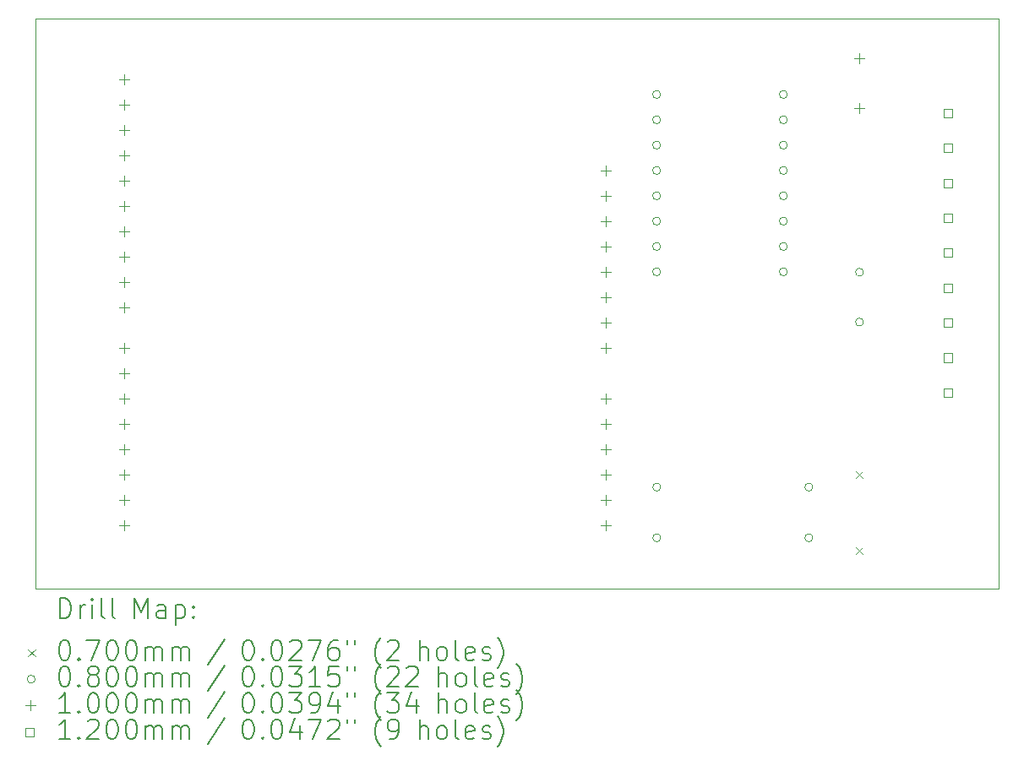
<source format=gbr>
%TF.GenerationSoftware,KiCad,Pcbnew,(7.0.0)*%
%TF.CreationDate,2023-03-04T18:09:39-06:00*%
%TF.ProjectId,417 Schematic,34313720-5363-4686-956d-617469632e6b,rev?*%
%TF.SameCoordinates,Original*%
%TF.FileFunction,Drillmap*%
%TF.FilePolarity,Positive*%
%FSLAX45Y45*%
G04 Gerber Fmt 4.5, Leading zero omitted, Abs format (unit mm)*
G04 Created by KiCad (PCBNEW (7.0.0)) date 2023-03-04 18:09:39*
%MOMM*%
%LPD*%
G01*
G04 APERTURE LIST*
%ADD10C,0.100000*%
%ADD11C,0.200000*%
%ADD12C,0.070000*%
%ADD13C,0.080000*%
%ADD14C,0.120000*%
G04 APERTURE END LIST*
D10*
X8890000Y-10287000D02*
X8890000Y-4572000D01*
X18542000Y-10287000D02*
X8890000Y-10287000D01*
X18542000Y-4572000D02*
X18542000Y-10287000D01*
X8890000Y-4572000D02*
X18542000Y-4572000D01*
D11*
D12*
X17110000Y-9109000D02*
X17180000Y-9179000D01*
X17180000Y-9109000D02*
X17110000Y-9179000D01*
X17110000Y-9871000D02*
X17180000Y-9941000D01*
X17180000Y-9871000D02*
X17110000Y-9941000D01*
D13*
X15152000Y-5334000D02*
G75*
G03*
X15152000Y-5334000I-40000J0D01*
G01*
X15152000Y-5588000D02*
G75*
G03*
X15152000Y-5588000I-40000J0D01*
G01*
X15152000Y-5842000D02*
G75*
G03*
X15152000Y-5842000I-40000J0D01*
G01*
X15152000Y-6096000D02*
G75*
G03*
X15152000Y-6096000I-40000J0D01*
G01*
X15152000Y-6350000D02*
G75*
G03*
X15152000Y-6350000I-40000J0D01*
G01*
X15152000Y-6604000D02*
G75*
G03*
X15152000Y-6604000I-40000J0D01*
G01*
X15152000Y-6858000D02*
G75*
G03*
X15152000Y-6858000I-40000J0D01*
G01*
X15152000Y-7112000D02*
G75*
G03*
X15152000Y-7112000I-40000J0D01*
G01*
X15153000Y-9271000D02*
G75*
G03*
X15153000Y-9271000I-40000J0D01*
G01*
X15153000Y-9779000D02*
G75*
G03*
X15153000Y-9779000I-40000J0D01*
G01*
X16422000Y-5334000D02*
G75*
G03*
X16422000Y-5334000I-40000J0D01*
G01*
X16422000Y-5588000D02*
G75*
G03*
X16422000Y-5588000I-40000J0D01*
G01*
X16422000Y-5842000D02*
G75*
G03*
X16422000Y-5842000I-40000J0D01*
G01*
X16422000Y-6096000D02*
G75*
G03*
X16422000Y-6096000I-40000J0D01*
G01*
X16422000Y-6350000D02*
G75*
G03*
X16422000Y-6350000I-40000J0D01*
G01*
X16422000Y-6604000D02*
G75*
G03*
X16422000Y-6604000I-40000J0D01*
G01*
X16422000Y-6858000D02*
G75*
G03*
X16422000Y-6858000I-40000J0D01*
G01*
X16422000Y-7112000D02*
G75*
G03*
X16422000Y-7112000I-40000J0D01*
G01*
X16677000Y-9271000D02*
G75*
G03*
X16677000Y-9271000I-40000J0D01*
G01*
X16677000Y-9779000D02*
G75*
G03*
X16677000Y-9779000I-40000J0D01*
G01*
X17185000Y-7116000D02*
G75*
G03*
X17185000Y-7116000I-40000J0D01*
G01*
X17185000Y-7616000D02*
G75*
G03*
X17185000Y-7616000I-40000J0D01*
G01*
D10*
X9779000Y-5132000D02*
X9779000Y-5232000D01*
X9729000Y-5182000D02*
X9829000Y-5182000D01*
X9779000Y-5386000D02*
X9779000Y-5486000D01*
X9729000Y-5436000D02*
X9829000Y-5436000D01*
X9779000Y-5640000D02*
X9779000Y-5740000D01*
X9729000Y-5690000D02*
X9829000Y-5690000D01*
X9779000Y-5894000D02*
X9779000Y-5994000D01*
X9729000Y-5944000D02*
X9829000Y-5944000D01*
X9779000Y-6148000D02*
X9779000Y-6248000D01*
X9729000Y-6198000D02*
X9829000Y-6198000D01*
X9779000Y-6402000D02*
X9779000Y-6502000D01*
X9729000Y-6452000D02*
X9829000Y-6452000D01*
X9779000Y-6656000D02*
X9779000Y-6756000D01*
X9729000Y-6706000D02*
X9829000Y-6706000D01*
X9779000Y-6910000D02*
X9779000Y-7010000D01*
X9729000Y-6960000D02*
X9829000Y-6960000D01*
X9779000Y-7164000D02*
X9779000Y-7264000D01*
X9729000Y-7214000D02*
X9829000Y-7214000D01*
X9779000Y-7418000D02*
X9779000Y-7518000D01*
X9729000Y-7468000D02*
X9829000Y-7468000D01*
X9779000Y-7824000D02*
X9779000Y-7924000D01*
X9729000Y-7874000D02*
X9829000Y-7874000D01*
X9779000Y-8078000D02*
X9779000Y-8178000D01*
X9729000Y-8128000D02*
X9829000Y-8128000D01*
X9779000Y-8332000D02*
X9779000Y-8432000D01*
X9729000Y-8382000D02*
X9829000Y-8382000D01*
X9779000Y-8586000D02*
X9779000Y-8686000D01*
X9729000Y-8636000D02*
X9829000Y-8636000D01*
X9779000Y-8840000D02*
X9779000Y-8940000D01*
X9729000Y-8890000D02*
X9829000Y-8890000D01*
X9779000Y-9094000D02*
X9779000Y-9194000D01*
X9729000Y-9144000D02*
X9829000Y-9144000D01*
X9779000Y-9348000D02*
X9779000Y-9448000D01*
X9729000Y-9398000D02*
X9829000Y-9398000D01*
X9779000Y-9602000D02*
X9779000Y-9702000D01*
X9729000Y-9652000D02*
X9829000Y-9652000D01*
X14605000Y-6046000D02*
X14605000Y-6146000D01*
X14555000Y-6096000D02*
X14655000Y-6096000D01*
X14605000Y-6300000D02*
X14605000Y-6400000D01*
X14555000Y-6350000D02*
X14655000Y-6350000D01*
X14605000Y-6554000D02*
X14605000Y-6654000D01*
X14555000Y-6604000D02*
X14655000Y-6604000D01*
X14605000Y-6808000D02*
X14605000Y-6908000D01*
X14555000Y-6858000D02*
X14655000Y-6858000D01*
X14605000Y-7062000D02*
X14605000Y-7162000D01*
X14555000Y-7112000D02*
X14655000Y-7112000D01*
X14605000Y-7316000D02*
X14605000Y-7416000D01*
X14555000Y-7366000D02*
X14655000Y-7366000D01*
X14605000Y-7570000D02*
X14605000Y-7670000D01*
X14555000Y-7620000D02*
X14655000Y-7620000D01*
X14605000Y-7824000D02*
X14605000Y-7924000D01*
X14555000Y-7874000D02*
X14655000Y-7874000D01*
X14605000Y-8332000D02*
X14605000Y-8432000D01*
X14555000Y-8382000D02*
X14655000Y-8382000D01*
X14605000Y-8586000D02*
X14605000Y-8686000D01*
X14555000Y-8636000D02*
X14655000Y-8636000D01*
X14605000Y-8840000D02*
X14605000Y-8940000D01*
X14555000Y-8890000D02*
X14655000Y-8890000D01*
X14605000Y-9094000D02*
X14605000Y-9194000D01*
X14555000Y-9144000D02*
X14655000Y-9144000D01*
X14605000Y-9348000D02*
X14605000Y-9448000D01*
X14555000Y-9398000D02*
X14655000Y-9398000D01*
X14605000Y-9602000D02*
X14605000Y-9702000D01*
X14555000Y-9652000D02*
X14655000Y-9652000D01*
X17145000Y-4920230D02*
X17145000Y-5020230D01*
X17095000Y-4970230D02*
X17195000Y-4970230D01*
X17145000Y-5420230D02*
X17145000Y-5520230D01*
X17095000Y-5470230D02*
X17195000Y-5470230D01*
D14*
X18076427Y-5565427D02*
X18076427Y-5480573D01*
X17991573Y-5480573D01*
X17991573Y-5565427D01*
X18076427Y-5565427D01*
X18076427Y-5915427D02*
X18076427Y-5830573D01*
X17991573Y-5830573D01*
X17991573Y-5915427D01*
X18076427Y-5915427D01*
X18076427Y-6265427D02*
X18076427Y-6180573D01*
X17991573Y-6180573D01*
X17991573Y-6265427D01*
X18076427Y-6265427D01*
X18076427Y-6615427D02*
X18076427Y-6530573D01*
X17991573Y-6530573D01*
X17991573Y-6615427D01*
X18076427Y-6615427D01*
X18076427Y-6965427D02*
X18076427Y-6880573D01*
X17991573Y-6880573D01*
X17991573Y-6965427D01*
X18076427Y-6965427D01*
X18076427Y-7315427D02*
X18076427Y-7230573D01*
X17991573Y-7230573D01*
X17991573Y-7315427D01*
X18076427Y-7315427D01*
X18076427Y-7665427D02*
X18076427Y-7580573D01*
X17991573Y-7580573D01*
X17991573Y-7665427D01*
X18076427Y-7665427D01*
X18076427Y-8015427D02*
X18076427Y-7930573D01*
X17991573Y-7930573D01*
X17991573Y-8015427D01*
X18076427Y-8015427D01*
X18076427Y-8365427D02*
X18076427Y-8280573D01*
X17991573Y-8280573D01*
X17991573Y-8365427D01*
X18076427Y-8365427D01*
D11*
X9132619Y-10585476D02*
X9132619Y-10385476D01*
X9132619Y-10385476D02*
X9180238Y-10385476D01*
X9180238Y-10385476D02*
X9208810Y-10395000D01*
X9208810Y-10395000D02*
X9227857Y-10414048D01*
X9227857Y-10414048D02*
X9237381Y-10433095D01*
X9237381Y-10433095D02*
X9246905Y-10471190D01*
X9246905Y-10471190D02*
X9246905Y-10499762D01*
X9246905Y-10499762D02*
X9237381Y-10537857D01*
X9237381Y-10537857D02*
X9227857Y-10556905D01*
X9227857Y-10556905D02*
X9208810Y-10575952D01*
X9208810Y-10575952D02*
X9180238Y-10585476D01*
X9180238Y-10585476D02*
X9132619Y-10585476D01*
X9332619Y-10585476D02*
X9332619Y-10452143D01*
X9332619Y-10490238D02*
X9342143Y-10471190D01*
X9342143Y-10471190D02*
X9351667Y-10461667D01*
X9351667Y-10461667D02*
X9370714Y-10452143D01*
X9370714Y-10452143D02*
X9389762Y-10452143D01*
X9456429Y-10585476D02*
X9456429Y-10452143D01*
X9456429Y-10385476D02*
X9446905Y-10395000D01*
X9446905Y-10395000D02*
X9456429Y-10404524D01*
X9456429Y-10404524D02*
X9465952Y-10395000D01*
X9465952Y-10395000D02*
X9456429Y-10385476D01*
X9456429Y-10385476D02*
X9456429Y-10404524D01*
X9580238Y-10585476D02*
X9561190Y-10575952D01*
X9561190Y-10575952D02*
X9551667Y-10556905D01*
X9551667Y-10556905D02*
X9551667Y-10385476D01*
X9685000Y-10585476D02*
X9665952Y-10575952D01*
X9665952Y-10575952D02*
X9656429Y-10556905D01*
X9656429Y-10556905D02*
X9656429Y-10385476D01*
X9881190Y-10585476D02*
X9881190Y-10385476D01*
X9881190Y-10385476D02*
X9947857Y-10528333D01*
X9947857Y-10528333D02*
X10014524Y-10385476D01*
X10014524Y-10385476D02*
X10014524Y-10585476D01*
X10195476Y-10585476D02*
X10195476Y-10480714D01*
X10195476Y-10480714D02*
X10185952Y-10461667D01*
X10185952Y-10461667D02*
X10166905Y-10452143D01*
X10166905Y-10452143D02*
X10128809Y-10452143D01*
X10128809Y-10452143D02*
X10109762Y-10461667D01*
X10195476Y-10575952D02*
X10176429Y-10585476D01*
X10176429Y-10585476D02*
X10128809Y-10585476D01*
X10128809Y-10585476D02*
X10109762Y-10575952D01*
X10109762Y-10575952D02*
X10100238Y-10556905D01*
X10100238Y-10556905D02*
X10100238Y-10537857D01*
X10100238Y-10537857D02*
X10109762Y-10518810D01*
X10109762Y-10518810D02*
X10128809Y-10509286D01*
X10128809Y-10509286D02*
X10176429Y-10509286D01*
X10176429Y-10509286D02*
X10195476Y-10499762D01*
X10290714Y-10452143D02*
X10290714Y-10652143D01*
X10290714Y-10461667D02*
X10309762Y-10452143D01*
X10309762Y-10452143D02*
X10347857Y-10452143D01*
X10347857Y-10452143D02*
X10366905Y-10461667D01*
X10366905Y-10461667D02*
X10376429Y-10471190D01*
X10376429Y-10471190D02*
X10385952Y-10490238D01*
X10385952Y-10490238D02*
X10385952Y-10547381D01*
X10385952Y-10547381D02*
X10376429Y-10566429D01*
X10376429Y-10566429D02*
X10366905Y-10575952D01*
X10366905Y-10575952D02*
X10347857Y-10585476D01*
X10347857Y-10585476D02*
X10309762Y-10585476D01*
X10309762Y-10585476D02*
X10290714Y-10575952D01*
X10471667Y-10566429D02*
X10481190Y-10575952D01*
X10481190Y-10575952D02*
X10471667Y-10585476D01*
X10471667Y-10585476D02*
X10462143Y-10575952D01*
X10462143Y-10575952D02*
X10471667Y-10566429D01*
X10471667Y-10566429D02*
X10471667Y-10585476D01*
X10471667Y-10461667D02*
X10481190Y-10471190D01*
X10481190Y-10471190D02*
X10471667Y-10480714D01*
X10471667Y-10480714D02*
X10462143Y-10471190D01*
X10462143Y-10471190D02*
X10471667Y-10461667D01*
X10471667Y-10461667D02*
X10471667Y-10480714D01*
D12*
X8815000Y-10897000D02*
X8885000Y-10967000D01*
X8885000Y-10897000D02*
X8815000Y-10967000D01*
D11*
X9170714Y-10805476D02*
X9189762Y-10805476D01*
X9189762Y-10805476D02*
X9208810Y-10815000D01*
X9208810Y-10815000D02*
X9218333Y-10824524D01*
X9218333Y-10824524D02*
X9227857Y-10843571D01*
X9227857Y-10843571D02*
X9237381Y-10881667D01*
X9237381Y-10881667D02*
X9237381Y-10929286D01*
X9237381Y-10929286D02*
X9227857Y-10967381D01*
X9227857Y-10967381D02*
X9218333Y-10986429D01*
X9218333Y-10986429D02*
X9208810Y-10995952D01*
X9208810Y-10995952D02*
X9189762Y-11005476D01*
X9189762Y-11005476D02*
X9170714Y-11005476D01*
X9170714Y-11005476D02*
X9151667Y-10995952D01*
X9151667Y-10995952D02*
X9142143Y-10986429D01*
X9142143Y-10986429D02*
X9132619Y-10967381D01*
X9132619Y-10967381D02*
X9123095Y-10929286D01*
X9123095Y-10929286D02*
X9123095Y-10881667D01*
X9123095Y-10881667D02*
X9132619Y-10843571D01*
X9132619Y-10843571D02*
X9142143Y-10824524D01*
X9142143Y-10824524D02*
X9151667Y-10815000D01*
X9151667Y-10815000D02*
X9170714Y-10805476D01*
X9323095Y-10986429D02*
X9332619Y-10995952D01*
X9332619Y-10995952D02*
X9323095Y-11005476D01*
X9323095Y-11005476D02*
X9313571Y-10995952D01*
X9313571Y-10995952D02*
X9323095Y-10986429D01*
X9323095Y-10986429D02*
X9323095Y-11005476D01*
X9399286Y-10805476D02*
X9532619Y-10805476D01*
X9532619Y-10805476D02*
X9446905Y-11005476D01*
X9646905Y-10805476D02*
X9665952Y-10805476D01*
X9665952Y-10805476D02*
X9685000Y-10815000D01*
X9685000Y-10815000D02*
X9694524Y-10824524D01*
X9694524Y-10824524D02*
X9704048Y-10843571D01*
X9704048Y-10843571D02*
X9713571Y-10881667D01*
X9713571Y-10881667D02*
X9713571Y-10929286D01*
X9713571Y-10929286D02*
X9704048Y-10967381D01*
X9704048Y-10967381D02*
X9694524Y-10986429D01*
X9694524Y-10986429D02*
X9685000Y-10995952D01*
X9685000Y-10995952D02*
X9665952Y-11005476D01*
X9665952Y-11005476D02*
X9646905Y-11005476D01*
X9646905Y-11005476D02*
X9627857Y-10995952D01*
X9627857Y-10995952D02*
X9618333Y-10986429D01*
X9618333Y-10986429D02*
X9608810Y-10967381D01*
X9608810Y-10967381D02*
X9599286Y-10929286D01*
X9599286Y-10929286D02*
X9599286Y-10881667D01*
X9599286Y-10881667D02*
X9608810Y-10843571D01*
X9608810Y-10843571D02*
X9618333Y-10824524D01*
X9618333Y-10824524D02*
X9627857Y-10815000D01*
X9627857Y-10815000D02*
X9646905Y-10805476D01*
X9837381Y-10805476D02*
X9856429Y-10805476D01*
X9856429Y-10805476D02*
X9875476Y-10815000D01*
X9875476Y-10815000D02*
X9885000Y-10824524D01*
X9885000Y-10824524D02*
X9894524Y-10843571D01*
X9894524Y-10843571D02*
X9904048Y-10881667D01*
X9904048Y-10881667D02*
X9904048Y-10929286D01*
X9904048Y-10929286D02*
X9894524Y-10967381D01*
X9894524Y-10967381D02*
X9885000Y-10986429D01*
X9885000Y-10986429D02*
X9875476Y-10995952D01*
X9875476Y-10995952D02*
X9856429Y-11005476D01*
X9856429Y-11005476D02*
X9837381Y-11005476D01*
X9837381Y-11005476D02*
X9818333Y-10995952D01*
X9818333Y-10995952D02*
X9808810Y-10986429D01*
X9808810Y-10986429D02*
X9799286Y-10967381D01*
X9799286Y-10967381D02*
X9789762Y-10929286D01*
X9789762Y-10929286D02*
X9789762Y-10881667D01*
X9789762Y-10881667D02*
X9799286Y-10843571D01*
X9799286Y-10843571D02*
X9808810Y-10824524D01*
X9808810Y-10824524D02*
X9818333Y-10815000D01*
X9818333Y-10815000D02*
X9837381Y-10805476D01*
X9989762Y-11005476D02*
X9989762Y-10872143D01*
X9989762Y-10891190D02*
X9999286Y-10881667D01*
X9999286Y-10881667D02*
X10018333Y-10872143D01*
X10018333Y-10872143D02*
X10046905Y-10872143D01*
X10046905Y-10872143D02*
X10065952Y-10881667D01*
X10065952Y-10881667D02*
X10075476Y-10900714D01*
X10075476Y-10900714D02*
X10075476Y-11005476D01*
X10075476Y-10900714D02*
X10085000Y-10881667D01*
X10085000Y-10881667D02*
X10104048Y-10872143D01*
X10104048Y-10872143D02*
X10132619Y-10872143D01*
X10132619Y-10872143D02*
X10151667Y-10881667D01*
X10151667Y-10881667D02*
X10161191Y-10900714D01*
X10161191Y-10900714D02*
X10161191Y-11005476D01*
X10256429Y-11005476D02*
X10256429Y-10872143D01*
X10256429Y-10891190D02*
X10265952Y-10881667D01*
X10265952Y-10881667D02*
X10285000Y-10872143D01*
X10285000Y-10872143D02*
X10313572Y-10872143D01*
X10313572Y-10872143D02*
X10332619Y-10881667D01*
X10332619Y-10881667D02*
X10342143Y-10900714D01*
X10342143Y-10900714D02*
X10342143Y-11005476D01*
X10342143Y-10900714D02*
X10351667Y-10881667D01*
X10351667Y-10881667D02*
X10370714Y-10872143D01*
X10370714Y-10872143D02*
X10399286Y-10872143D01*
X10399286Y-10872143D02*
X10418333Y-10881667D01*
X10418333Y-10881667D02*
X10427857Y-10900714D01*
X10427857Y-10900714D02*
X10427857Y-11005476D01*
X10785952Y-10795952D02*
X10614524Y-11053095D01*
X11010714Y-10805476D02*
X11029762Y-10805476D01*
X11029762Y-10805476D02*
X11048810Y-10815000D01*
X11048810Y-10815000D02*
X11058333Y-10824524D01*
X11058333Y-10824524D02*
X11067857Y-10843571D01*
X11067857Y-10843571D02*
X11077381Y-10881667D01*
X11077381Y-10881667D02*
X11077381Y-10929286D01*
X11077381Y-10929286D02*
X11067857Y-10967381D01*
X11067857Y-10967381D02*
X11058333Y-10986429D01*
X11058333Y-10986429D02*
X11048810Y-10995952D01*
X11048810Y-10995952D02*
X11029762Y-11005476D01*
X11029762Y-11005476D02*
X11010714Y-11005476D01*
X11010714Y-11005476D02*
X10991667Y-10995952D01*
X10991667Y-10995952D02*
X10982143Y-10986429D01*
X10982143Y-10986429D02*
X10972619Y-10967381D01*
X10972619Y-10967381D02*
X10963095Y-10929286D01*
X10963095Y-10929286D02*
X10963095Y-10881667D01*
X10963095Y-10881667D02*
X10972619Y-10843571D01*
X10972619Y-10843571D02*
X10982143Y-10824524D01*
X10982143Y-10824524D02*
X10991667Y-10815000D01*
X10991667Y-10815000D02*
X11010714Y-10805476D01*
X11163095Y-10986429D02*
X11172619Y-10995952D01*
X11172619Y-10995952D02*
X11163095Y-11005476D01*
X11163095Y-11005476D02*
X11153572Y-10995952D01*
X11153572Y-10995952D02*
X11163095Y-10986429D01*
X11163095Y-10986429D02*
X11163095Y-11005476D01*
X11296429Y-10805476D02*
X11315476Y-10805476D01*
X11315476Y-10805476D02*
X11334524Y-10815000D01*
X11334524Y-10815000D02*
X11344048Y-10824524D01*
X11344048Y-10824524D02*
X11353571Y-10843571D01*
X11353571Y-10843571D02*
X11363095Y-10881667D01*
X11363095Y-10881667D02*
X11363095Y-10929286D01*
X11363095Y-10929286D02*
X11353571Y-10967381D01*
X11353571Y-10967381D02*
X11344048Y-10986429D01*
X11344048Y-10986429D02*
X11334524Y-10995952D01*
X11334524Y-10995952D02*
X11315476Y-11005476D01*
X11315476Y-11005476D02*
X11296429Y-11005476D01*
X11296429Y-11005476D02*
X11277381Y-10995952D01*
X11277381Y-10995952D02*
X11267857Y-10986429D01*
X11267857Y-10986429D02*
X11258333Y-10967381D01*
X11258333Y-10967381D02*
X11248810Y-10929286D01*
X11248810Y-10929286D02*
X11248810Y-10881667D01*
X11248810Y-10881667D02*
X11258333Y-10843571D01*
X11258333Y-10843571D02*
X11267857Y-10824524D01*
X11267857Y-10824524D02*
X11277381Y-10815000D01*
X11277381Y-10815000D02*
X11296429Y-10805476D01*
X11439286Y-10824524D02*
X11448810Y-10815000D01*
X11448810Y-10815000D02*
X11467857Y-10805476D01*
X11467857Y-10805476D02*
X11515476Y-10805476D01*
X11515476Y-10805476D02*
X11534524Y-10815000D01*
X11534524Y-10815000D02*
X11544048Y-10824524D01*
X11544048Y-10824524D02*
X11553571Y-10843571D01*
X11553571Y-10843571D02*
X11553571Y-10862619D01*
X11553571Y-10862619D02*
X11544048Y-10891190D01*
X11544048Y-10891190D02*
X11429762Y-11005476D01*
X11429762Y-11005476D02*
X11553571Y-11005476D01*
X11620238Y-10805476D02*
X11753571Y-10805476D01*
X11753571Y-10805476D02*
X11667857Y-11005476D01*
X11915476Y-10805476D02*
X11877381Y-10805476D01*
X11877381Y-10805476D02*
X11858333Y-10815000D01*
X11858333Y-10815000D02*
X11848810Y-10824524D01*
X11848810Y-10824524D02*
X11829762Y-10853095D01*
X11829762Y-10853095D02*
X11820238Y-10891190D01*
X11820238Y-10891190D02*
X11820238Y-10967381D01*
X11820238Y-10967381D02*
X11829762Y-10986429D01*
X11829762Y-10986429D02*
X11839286Y-10995952D01*
X11839286Y-10995952D02*
X11858333Y-11005476D01*
X11858333Y-11005476D02*
X11896429Y-11005476D01*
X11896429Y-11005476D02*
X11915476Y-10995952D01*
X11915476Y-10995952D02*
X11925000Y-10986429D01*
X11925000Y-10986429D02*
X11934524Y-10967381D01*
X11934524Y-10967381D02*
X11934524Y-10919762D01*
X11934524Y-10919762D02*
X11925000Y-10900714D01*
X11925000Y-10900714D02*
X11915476Y-10891190D01*
X11915476Y-10891190D02*
X11896429Y-10881667D01*
X11896429Y-10881667D02*
X11858333Y-10881667D01*
X11858333Y-10881667D02*
X11839286Y-10891190D01*
X11839286Y-10891190D02*
X11829762Y-10900714D01*
X11829762Y-10900714D02*
X11820238Y-10919762D01*
X12010714Y-10805476D02*
X12010714Y-10843571D01*
X12086905Y-10805476D02*
X12086905Y-10843571D01*
X12349762Y-11081667D02*
X12340238Y-11072143D01*
X12340238Y-11072143D02*
X12321191Y-11043571D01*
X12321191Y-11043571D02*
X12311667Y-11024524D01*
X12311667Y-11024524D02*
X12302143Y-10995952D01*
X12302143Y-10995952D02*
X12292619Y-10948333D01*
X12292619Y-10948333D02*
X12292619Y-10910238D01*
X12292619Y-10910238D02*
X12302143Y-10862619D01*
X12302143Y-10862619D02*
X12311667Y-10834048D01*
X12311667Y-10834048D02*
X12321191Y-10815000D01*
X12321191Y-10815000D02*
X12340238Y-10786429D01*
X12340238Y-10786429D02*
X12349762Y-10776905D01*
X12416429Y-10824524D02*
X12425952Y-10815000D01*
X12425952Y-10815000D02*
X12445000Y-10805476D01*
X12445000Y-10805476D02*
X12492619Y-10805476D01*
X12492619Y-10805476D02*
X12511667Y-10815000D01*
X12511667Y-10815000D02*
X12521191Y-10824524D01*
X12521191Y-10824524D02*
X12530714Y-10843571D01*
X12530714Y-10843571D02*
X12530714Y-10862619D01*
X12530714Y-10862619D02*
X12521191Y-10891190D01*
X12521191Y-10891190D02*
X12406905Y-11005476D01*
X12406905Y-11005476D02*
X12530714Y-11005476D01*
X12736429Y-11005476D02*
X12736429Y-10805476D01*
X12822143Y-11005476D02*
X12822143Y-10900714D01*
X12822143Y-10900714D02*
X12812619Y-10881667D01*
X12812619Y-10881667D02*
X12793572Y-10872143D01*
X12793572Y-10872143D02*
X12765000Y-10872143D01*
X12765000Y-10872143D02*
X12745952Y-10881667D01*
X12745952Y-10881667D02*
X12736429Y-10891190D01*
X12945952Y-11005476D02*
X12926905Y-10995952D01*
X12926905Y-10995952D02*
X12917381Y-10986429D01*
X12917381Y-10986429D02*
X12907857Y-10967381D01*
X12907857Y-10967381D02*
X12907857Y-10910238D01*
X12907857Y-10910238D02*
X12917381Y-10891190D01*
X12917381Y-10891190D02*
X12926905Y-10881667D01*
X12926905Y-10881667D02*
X12945952Y-10872143D01*
X12945952Y-10872143D02*
X12974524Y-10872143D01*
X12974524Y-10872143D02*
X12993572Y-10881667D01*
X12993572Y-10881667D02*
X13003095Y-10891190D01*
X13003095Y-10891190D02*
X13012619Y-10910238D01*
X13012619Y-10910238D02*
X13012619Y-10967381D01*
X13012619Y-10967381D02*
X13003095Y-10986429D01*
X13003095Y-10986429D02*
X12993572Y-10995952D01*
X12993572Y-10995952D02*
X12974524Y-11005476D01*
X12974524Y-11005476D02*
X12945952Y-11005476D01*
X13126905Y-11005476D02*
X13107857Y-10995952D01*
X13107857Y-10995952D02*
X13098333Y-10976905D01*
X13098333Y-10976905D02*
X13098333Y-10805476D01*
X13279286Y-10995952D02*
X13260238Y-11005476D01*
X13260238Y-11005476D02*
X13222143Y-11005476D01*
X13222143Y-11005476D02*
X13203095Y-10995952D01*
X13203095Y-10995952D02*
X13193572Y-10976905D01*
X13193572Y-10976905D02*
X13193572Y-10900714D01*
X13193572Y-10900714D02*
X13203095Y-10881667D01*
X13203095Y-10881667D02*
X13222143Y-10872143D01*
X13222143Y-10872143D02*
X13260238Y-10872143D01*
X13260238Y-10872143D02*
X13279286Y-10881667D01*
X13279286Y-10881667D02*
X13288810Y-10900714D01*
X13288810Y-10900714D02*
X13288810Y-10919762D01*
X13288810Y-10919762D02*
X13193572Y-10938810D01*
X13365000Y-10995952D02*
X13384048Y-11005476D01*
X13384048Y-11005476D02*
X13422143Y-11005476D01*
X13422143Y-11005476D02*
X13441191Y-10995952D01*
X13441191Y-10995952D02*
X13450714Y-10976905D01*
X13450714Y-10976905D02*
X13450714Y-10967381D01*
X13450714Y-10967381D02*
X13441191Y-10948333D01*
X13441191Y-10948333D02*
X13422143Y-10938810D01*
X13422143Y-10938810D02*
X13393572Y-10938810D01*
X13393572Y-10938810D02*
X13374524Y-10929286D01*
X13374524Y-10929286D02*
X13365000Y-10910238D01*
X13365000Y-10910238D02*
X13365000Y-10900714D01*
X13365000Y-10900714D02*
X13374524Y-10881667D01*
X13374524Y-10881667D02*
X13393572Y-10872143D01*
X13393572Y-10872143D02*
X13422143Y-10872143D01*
X13422143Y-10872143D02*
X13441191Y-10881667D01*
X13517381Y-11081667D02*
X13526905Y-11072143D01*
X13526905Y-11072143D02*
X13545953Y-11043571D01*
X13545953Y-11043571D02*
X13555476Y-11024524D01*
X13555476Y-11024524D02*
X13565000Y-10995952D01*
X13565000Y-10995952D02*
X13574524Y-10948333D01*
X13574524Y-10948333D02*
X13574524Y-10910238D01*
X13574524Y-10910238D02*
X13565000Y-10862619D01*
X13565000Y-10862619D02*
X13555476Y-10834048D01*
X13555476Y-10834048D02*
X13545953Y-10815000D01*
X13545953Y-10815000D02*
X13526905Y-10786429D01*
X13526905Y-10786429D02*
X13517381Y-10776905D01*
D13*
X8885000Y-11196000D02*
G75*
G03*
X8885000Y-11196000I-40000J0D01*
G01*
D11*
X9170714Y-11069476D02*
X9189762Y-11069476D01*
X9189762Y-11069476D02*
X9208810Y-11079000D01*
X9208810Y-11079000D02*
X9218333Y-11088524D01*
X9218333Y-11088524D02*
X9227857Y-11107571D01*
X9227857Y-11107571D02*
X9237381Y-11145667D01*
X9237381Y-11145667D02*
X9237381Y-11193286D01*
X9237381Y-11193286D02*
X9227857Y-11231381D01*
X9227857Y-11231381D02*
X9218333Y-11250428D01*
X9218333Y-11250428D02*
X9208810Y-11259952D01*
X9208810Y-11259952D02*
X9189762Y-11269476D01*
X9189762Y-11269476D02*
X9170714Y-11269476D01*
X9170714Y-11269476D02*
X9151667Y-11259952D01*
X9151667Y-11259952D02*
X9142143Y-11250428D01*
X9142143Y-11250428D02*
X9132619Y-11231381D01*
X9132619Y-11231381D02*
X9123095Y-11193286D01*
X9123095Y-11193286D02*
X9123095Y-11145667D01*
X9123095Y-11145667D02*
X9132619Y-11107571D01*
X9132619Y-11107571D02*
X9142143Y-11088524D01*
X9142143Y-11088524D02*
X9151667Y-11079000D01*
X9151667Y-11079000D02*
X9170714Y-11069476D01*
X9323095Y-11250428D02*
X9332619Y-11259952D01*
X9332619Y-11259952D02*
X9323095Y-11269476D01*
X9323095Y-11269476D02*
X9313571Y-11259952D01*
X9313571Y-11259952D02*
X9323095Y-11250428D01*
X9323095Y-11250428D02*
X9323095Y-11269476D01*
X9446905Y-11155190D02*
X9427857Y-11145667D01*
X9427857Y-11145667D02*
X9418333Y-11136143D01*
X9418333Y-11136143D02*
X9408810Y-11117095D01*
X9408810Y-11117095D02*
X9408810Y-11107571D01*
X9408810Y-11107571D02*
X9418333Y-11088524D01*
X9418333Y-11088524D02*
X9427857Y-11079000D01*
X9427857Y-11079000D02*
X9446905Y-11069476D01*
X9446905Y-11069476D02*
X9485000Y-11069476D01*
X9485000Y-11069476D02*
X9504048Y-11079000D01*
X9504048Y-11079000D02*
X9513571Y-11088524D01*
X9513571Y-11088524D02*
X9523095Y-11107571D01*
X9523095Y-11107571D02*
X9523095Y-11117095D01*
X9523095Y-11117095D02*
X9513571Y-11136143D01*
X9513571Y-11136143D02*
X9504048Y-11145667D01*
X9504048Y-11145667D02*
X9485000Y-11155190D01*
X9485000Y-11155190D02*
X9446905Y-11155190D01*
X9446905Y-11155190D02*
X9427857Y-11164714D01*
X9427857Y-11164714D02*
X9418333Y-11174238D01*
X9418333Y-11174238D02*
X9408810Y-11193286D01*
X9408810Y-11193286D02*
X9408810Y-11231381D01*
X9408810Y-11231381D02*
X9418333Y-11250428D01*
X9418333Y-11250428D02*
X9427857Y-11259952D01*
X9427857Y-11259952D02*
X9446905Y-11269476D01*
X9446905Y-11269476D02*
X9485000Y-11269476D01*
X9485000Y-11269476D02*
X9504048Y-11259952D01*
X9504048Y-11259952D02*
X9513571Y-11250428D01*
X9513571Y-11250428D02*
X9523095Y-11231381D01*
X9523095Y-11231381D02*
X9523095Y-11193286D01*
X9523095Y-11193286D02*
X9513571Y-11174238D01*
X9513571Y-11174238D02*
X9504048Y-11164714D01*
X9504048Y-11164714D02*
X9485000Y-11155190D01*
X9646905Y-11069476D02*
X9665952Y-11069476D01*
X9665952Y-11069476D02*
X9685000Y-11079000D01*
X9685000Y-11079000D02*
X9694524Y-11088524D01*
X9694524Y-11088524D02*
X9704048Y-11107571D01*
X9704048Y-11107571D02*
X9713571Y-11145667D01*
X9713571Y-11145667D02*
X9713571Y-11193286D01*
X9713571Y-11193286D02*
X9704048Y-11231381D01*
X9704048Y-11231381D02*
X9694524Y-11250428D01*
X9694524Y-11250428D02*
X9685000Y-11259952D01*
X9685000Y-11259952D02*
X9665952Y-11269476D01*
X9665952Y-11269476D02*
X9646905Y-11269476D01*
X9646905Y-11269476D02*
X9627857Y-11259952D01*
X9627857Y-11259952D02*
X9618333Y-11250428D01*
X9618333Y-11250428D02*
X9608810Y-11231381D01*
X9608810Y-11231381D02*
X9599286Y-11193286D01*
X9599286Y-11193286D02*
X9599286Y-11145667D01*
X9599286Y-11145667D02*
X9608810Y-11107571D01*
X9608810Y-11107571D02*
X9618333Y-11088524D01*
X9618333Y-11088524D02*
X9627857Y-11079000D01*
X9627857Y-11079000D02*
X9646905Y-11069476D01*
X9837381Y-11069476D02*
X9856429Y-11069476D01*
X9856429Y-11069476D02*
X9875476Y-11079000D01*
X9875476Y-11079000D02*
X9885000Y-11088524D01*
X9885000Y-11088524D02*
X9894524Y-11107571D01*
X9894524Y-11107571D02*
X9904048Y-11145667D01*
X9904048Y-11145667D02*
X9904048Y-11193286D01*
X9904048Y-11193286D02*
X9894524Y-11231381D01*
X9894524Y-11231381D02*
X9885000Y-11250428D01*
X9885000Y-11250428D02*
X9875476Y-11259952D01*
X9875476Y-11259952D02*
X9856429Y-11269476D01*
X9856429Y-11269476D02*
X9837381Y-11269476D01*
X9837381Y-11269476D02*
X9818333Y-11259952D01*
X9818333Y-11259952D02*
X9808810Y-11250428D01*
X9808810Y-11250428D02*
X9799286Y-11231381D01*
X9799286Y-11231381D02*
X9789762Y-11193286D01*
X9789762Y-11193286D02*
X9789762Y-11145667D01*
X9789762Y-11145667D02*
X9799286Y-11107571D01*
X9799286Y-11107571D02*
X9808810Y-11088524D01*
X9808810Y-11088524D02*
X9818333Y-11079000D01*
X9818333Y-11079000D02*
X9837381Y-11069476D01*
X9989762Y-11269476D02*
X9989762Y-11136143D01*
X9989762Y-11155190D02*
X9999286Y-11145667D01*
X9999286Y-11145667D02*
X10018333Y-11136143D01*
X10018333Y-11136143D02*
X10046905Y-11136143D01*
X10046905Y-11136143D02*
X10065952Y-11145667D01*
X10065952Y-11145667D02*
X10075476Y-11164714D01*
X10075476Y-11164714D02*
X10075476Y-11269476D01*
X10075476Y-11164714D02*
X10085000Y-11145667D01*
X10085000Y-11145667D02*
X10104048Y-11136143D01*
X10104048Y-11136143D02*
X10132619Y-11136143D01*
X10132619Y-11136143D02*
X10151667Y-11145667D01*
X10151667Y-11145667D02*
X10161191Y-11164714D01*
X10161191Y-11164714D02*
X10161191Y-11269476D01*
X10256429Y-11269476D02*
X10256429Y-11136143D01*
X10256429Y-11155190D02*
X10265952Y-11145667D01*
X10265952Y-11145667D02*
X10285000Y-11136143D01*
X10285000Y-11136143D02*
X10313572Y-11136143D01*
X10313572Y-11136143D02*
X10332619Y-11145667D01*
X10332619Y-11145667D02*
X10342143Y-11164714D01*
X10342143Y-11164714D02*
X10342143Y-11269476D01*
X10342143Y-11164714D02*
X10351667Y-11145667D01*
X10351667Y-11145667D02*
X10370714Y-11136143D01*
X10370714Y-11136143D02*
X10399286Y-11136143D01*
X10399286Y-11136143D02*
X10418333Y-11145667D01*
X10418333Y-11145667D02*
X10427857Y-11164714D01*
X10427857Y-11164714D02*
X10427857Y-11269476D01*
X10785952Y-11059952D02*
X10614524Y-11317095D01*
X11010714Y-11069476D02*
X11029762Y-11069476D01*
X11029762Y-11069476D02*
X11048810Y-11079000D01*
X11048810Y-11079000D02*
X11058333Y-11088524D01*
X11058333Y-11088524D02*
X11067857Y-11107571D01*
X11067857Y-11107571D02*
X11077381Y-11145667D01*
X11077381Y-11145667D02*
X11077381Y-11193286D01*
X11077381Y-11193286D02*
X11067857Y-11231381D01*
X11067857Y-11231381D02*
X11058333Y-11250428D01*
X11058333Y-11250428D02*
X11048810Y-11259952D01*
X11048810Y-11259952D02*
X11029762Y-11269476D01*
X11029762Y-11269476D02*
X11010714Y-11269476D01*
X11010714Y-11269476D02*
X10991667Y-11259952D01*
X10991667Y-11259952D02*
X10982143Y-11250428D01*
X10982143Y-11250428D02*
X10972619Y-11231381D01*
X10972619Y-11231381D02*
X10963095Y-11193286D01*
X10963095Y-11193286D02*
X10963095Y-11145667D01*
X10963095Y-11145667D02*
X10972619Y-11107571D01*
X10972619Y-11107571D02*
X10982143Y-11088524D01*
X10982143Y-11088524D02*
X10991667Y-11079000D01*
X10991667Y-11079000D02*
X11010714Y-11069476D01*
X11163095Y-11250428D02*
X11172619Y-11259952D01*
X11172619Y-11259952D02*
X11163095Y-11269476D01*
X11163095Y-11269476D02*
X11153572Y-11259952D01*
X11153572Y-11259952D02*
X11163095Y-11250428D01*
X11163095Y-11250428D02*
X11163095Y-11269476D01*
X11296429Y-11069476D02*
X11315476Y-11069476D01*
X11315476Y-11069476D02*
X11334524Y-11079000D01*
X11334524Y-11079000D02*
X11344048Y-11088524D01*
X11344048Y-11088524D02*
X11353571Y-11107571D01*
X11353571Y-11107571D02*
X11363095Y-11145667D01*
X11363095Y-11145667D02*
X11363095Y-11193286D01*
X11363095Y-11193286D02*
X11353571Y-11231381D01*
X11353571Y-11231381D02*
X11344048Y-11250428D01*
X11344048Y-11250428D02*
X11334524Y-11259952D01*
X11334524Y-11259952D02*
X11315476Y-11269476D01*
X11315476Y-11269476D02*
X11296429Y-11269476D01*
X11296429Y-11269476D02*
X11277381Y-11259952D01*
X11277381Y-11259952D02*
X11267857Y-11250428D01*
X11267857Y-11250428D02*
X11258333Y-11231381D01*
X11258333Y-11231381D02*
X11248810Y-11193286D01*
X11248810Y-11193286D02*
X11248810Y-11145667D01*
X11248810Y-11145667D02*
X11258333Y-11107571D01*
X11258333Y-11107571D02*
X11267857Y-11088524D01*
X11267857Y-11088524D02*
X11277381Y-11079000D01*
X11277381Y-11079000D02*
X11296429Y-11069476D01*
X11429762Y-11069476D02*
X11553571Y-11069476D01*
X11553571Y-11069476D02*
X11486905Y-11145667D01*
X11486905Y-11145667D02*
X11515476Y-11145667D01*
X11515476Y-11145667D02*
X11534524Y-11155190D01*
X11534524Y-11155190D02*
X11544048Y-11164714D01*
X11544048Y-11164714D02*
X11553571Y-11183762D01*
X11553571Y-11183762D02*
X11553571Y-11231381D01*
X11553571Y-11231381D02*
X11544048Y-11250428D01*
X11544048Y-11250428D02*
X11534524Y-11259952D01*
X11534524Y-11259952D02*
X11515476Y-11269476D01*
X11515476Y-11269476D02*
X11458333Y-11269476D01*
X11458333Y-11269476D02*
X11439286Y-11259952D01*
X11439286Y-11259952D02*
X11429762Y-11250428D01*
X11744048Y-11269476D02*
X11629762Y-11269476D01*
X11686905Y-11269476D02*
X11686905Y-11069476D01*
X11686905Y-11069476D02*
X11667857Y-11098048D01*
X11667857Y-11098048D02*
X11648810Y-11117095D01*
X11648810Y-11117095D02*
X11629762Y-11126619D01*
X11925000Y-11069476D02*
X11829762Y-11069476D01*
X11829762Y-11069476D02*
X11820238Y-11164714D01*
X11820238Y-11164714D02*
X11829762Y-11155190D01*
X11829762Y-11155190D02*
X11848810Y-11145667D01*
X11848810Y-11145667D02*
X11896429Y-11145667D01*
X11896429Y-11145667D02*
X11915476Y-11155190D01*
X11915476Y-11155190D02*
X11925000Y-11164714D01*
X11925000Y-11164714D02*
X11934524Y-11183762D01*
X11934524Y-11183762D02*
X11934524Y-11231381D01*
X11934524Y-11231381D02*
X11925000Y-11250428D01*
X11925000Y-11250428D02*
X11915476Y-11259952D01*
X11915476Y-11259952D02*
X11896429Y-11269476D01*
X11896429Y-11269476D02*
X11848810Y-11269476D01*
X11848810Y-11269476D02*
X11829762Y-11259952D01*
X11829762Y-11259952D02*
X11820238Y-11250428D01*
X12010714Y-11069476D02*
X12010714Y-11107571D01*
X12086905Y-11069476D02*
X12086905Y-11107571D01*
X12349762Y-11345667D02*
X12340238Y-11336143D01*
X12340238Y-11336143D02*
X12321191Y-11307571D01*
X12321191Y-11307571D02*
X12311667Y-11288524D01*
X12311667Y-11288524D02*
X12302143Y-11259952D01*
X12302143Y-11259952D02*
X12292619Y-11212333D01*
X12292619Y-11212333D02*
X12292619Y-11174238D01*
X12292619Y-11174238D02*
X12302143Y-11126619D01*
X12302143Y-11126619D02*
X12311667Y-11098048D01*
X12311667Y-11098048D02*
X12321191Y-11079000D01*
X12321191Y-11079000D02*
X12340238Y-11050429D01*
X12340238Y-11050429D02*
X12349762Y-11040905D01*
X12416429Y-11088524D02*
X12425952Y-11079000D01*
X12425952Y-11079000D02*
X12445000Y-11069476D01*
X12445000Y-11069476D02*
X12492619Y-11069476D01*
X12492619Y-11069476D02*
X12511667Y-11079000D01*
X12511667Y-11079000D02*
X12521191Y-11088524D01*
X12521191Y-11088524D02*
X12530714Y-11107571D01*
X12530714Y-11107571D02*
X12530714Y-11126619D01*
X12530714Y-11126619D02*
X12521191Y-11155190D01*
X12521191Y-11155190D02*
X12406905Y-11269476D01*
X12406905Y-11269476D02*
X12530714Y-11269476D01*
X12606905Y-11088524D02*
X12616429Y-11079000D01*
X12616429Y-11079000D02*
X12635476Y-11069476D01*
X12635476Y-11069476D02*
X12683095Y-11069476D01*
X12683095Y-11069476D02*
X12702143Y-11079000D01*
X12702143Y-11079000D02*
X12711667Y-11088524D01*
X12711667Y-11088524D02*
X12721191Y-11107571D01*
X12721191Y-11107571D02*
X12721191Y-11126619D01*
X12721191Y-11126619D02*
X12711667Y-11155190D01*
X12711667Y-11155190D02*
X12597381Y-11269476D01*
X12597381Y-11269476D02*
X12721191Y-11269476D01*
X12926905Y-11269476D02*
X12926905Y-11069476D01*
X13012619Y-11269476D02*
X13012619Y-11164714D01*
X13012619Y-11164714D02*
X13003095Y-11145667D01*
X13003095Y-11145667D02*
X12984048Y-11136143D01*
X12984048Y-11136143D02*
X12955476Y-11136143D01*
X12955476Y-11136143D02*
X12936429Y-11145667D01*
X12936429Y-11145667D02*
X12926905Y-11155190D01*
X13136429Y-11269476D02*
X13117381Y-11259952D01*
X13117381Y-11259952D02*
X13107857Y-11250428D01*
X13107857Y-11250428D02*
X13098333Y-11231381D01*
X13098333Y-11231381D02*
X13098333Y-11174238D01*
X13098333Y-11174238D02*
X13107857Y-11155190D01*
X13107857Y-11155190D02*
X13117381Y-11145667D01*
X13117381Y-11145667D02*
X13136429Y-11136143D01*
X13136429Y-11136143D02*
X13165000Y-11136143D01*
X13165000Y-11136143D02*
X13184048Y-11145667D01*
X13184048Y-11145667D02*
X13193572Y-11155190D01*
X13193572Y-11155190D02*
X13203095Y-11174238D01*
X13203095Y-11174238D02*
X13203095Y-11231381D01*
X13203095Y-11231381D02*
X13193572Y-11250428D01*
X13193572Y-11250428D02*
X13184048Y-11259952D01*
X13184048Y-11259952D02*
X13165000Y-11269476D01*
X13165000Y-11269476D02*
X13136429Y-11269476D01*
X13317381Y-11269476D02*
X13298333Y-11259952D01*
X13298333Y-11259952D02*
X13288810Y-11240905D01*
X13288810Y-11240905D02*
X13288810Y-11069476D01*
X13469762Y-11259952D02*
X13450714Y-11269476D01*
X13450714Y-11269476D02*
X13412619Y-11269476D01*
X13412619Y-11269476D02*
X13393572Y-11259952D01*
X13393572Y-11259952D02*
X13384048Y-11240905D01*
X13384048Y-11240905D02*
X13384048Y-11164714D01*
X13384048Y-11164714D02*
X13393572Y-11145667D01*
X13393572Y-11145667D02*
X13412619Y-11136143D01*
X13412619Y-11136143D02*
X13450714Y-11136143D01*
X13450714Y-11136143D02*
X13469762Y-11145667D01*
X13469762Y-11145667D02*
X13479286Y-11164714D01*
X13479286Y-11164714D02*
X13479286Y-11183762D01*
X13479286Y-11183762D02*
X13384048Y-11202809D01*
X13555476Y-11259952D02*
X13574524Y-11269476D01*
X13574524Y-11269476D02*
X13612619Y-11269476D01*
X13612619Y-11269476D02*
X13631667Y-11259952D01*
X13631667Y-11259952D02*
X13641191Y-11240905D01*
X13641191Y-11240905D02*
X13641191Y-11231381D01*
X13641191Y-11231381D02*
X13631667Y-11212333D01*
X13631667Y-11212333D02*
X13612619Y-11202809D01*
X13612619Y-11202809D02*
X13584048Y-11202809D01*
X13584048Y-11202809D02*
X13565000Y-11193286D01*
X13565000Y-11193286D02*
X13555476Y-11174238D01*
X13555476Y-11174238D02*
X13555476Y-11164714D01*
X13555476Y-11164714D02*
X13565000Y-11145667D01*
X13565000Y-11145667D02*
X13584048Y-11136143D01*
X13584048Y-11136143D02*
X13612619Y-11136143D01*
X13612619Y-11136143D02*
X13631667Y-11145667D01*
X13707857Y-11345667D02*
X13717381Y-11336143D01*
X13717381Y-11336143D02*
X13736429Y-11307571D01*
X13736429Y-11307571D02*
X13745953Y-11288524D01*
X13745953Y-11288524D02*
X13755476Y-11259952D01*
X13755476Y-11259952D02*
X13765000Y-11212333D01*
X13765000Y-11212333D02*
X13765000Y-11174238D01*
X13765000Y-11174238D02*
X13755476Y-11126619D01*
X13755476Y-11126619D02*
X13745953Y-11098048D01*
X13745953Y-11098048D02*
X13736429Y-11079000D01*
X13736429Y-11079000D02*
X13717381Y-11050429D01*
X13717381Y-11050429D02*
X13707857Y-11040905D01*
D10*
X8835000Y-11410000D02*
X8835000Y-11510000D01*
X8785000Y-11460000D02*
X8885000Y-11460000D01*
D11*
X9237381Y-11533476D02*
X9123095Y-11533476D01*
X9180238Y-11533476D02*
X9180238Y-11333476D01*
X9180238Y-11333476D02*
X9161190Y-11362048D01*
X9161190Y-11362048D02*
X9142143Y-11381095D01*
X9142143Y-11381095D02*
X9123095Y-11390619D01*
X9323095Y-11514428D02*
X9332619Y-11523952D01*
X9332619Y-11523952D02*
X9323095Y-11533476D01*
X9323095Y-11533476D02*
X9313571Y-11523952D01*
X9313571Y-11523952D02*
X9323095Y-11514428D01*
X9323095Y-11514428D02*
X9323095Y-11533476D01*
X9456429Y-11333476D02*
X9475476Y-11333476D01*
X9475476Y-11333476D02*
X9494524Y-11343000D01*
X9494524Y-11343000D02*
X9504048Y-11352524D01*
X9504048Y-11352524D02*
X9513571Y-11371571D01*
X9513571Y-11371571D02*
X9523095Y-11409667D01*
X9523095Y-11409667D02*
X9523095Y-11457286D01*
X9523095Y-11457286D02*
X9513571Y-11495381D01*
X9513571Y-11495381D02*
X9504048Y-11514428D01*
X9504048Y-11514428D02*
X9494524Y-11523952D01*
X9494524Y-11523952D02*
X9475476Y-11533476D01*
X9475476Y-11533476D02*
X9456429Y-11533476D01*
X9456429Y-11533476D02*
X9437381Y-11523952D01*
X9437381Y-11523952D02*
X9427857Y-11514428D01*
X9427857Y-11514428D02*
X9418333Y-11495381D01*
X9418333Y-11495381D02*
X9408810Y-11457286D01*
X9408810Y-11457286D02*
X9408810Y-11409667D01*
X9408810Y-11409667D02*
X9418333Y-11371571D01*
X9418333Y-11371571D02*
X9427857Y-11352524D01*
X9427857Y-11352524D02*
X9437381Y-11343000D01*
X9437381Y-11343000D02*
X9456429Y-11333476D01*
X9646905Y-11333476D02*
X9665952Y-11333476D01*
X9665952Y-11333476D02*
X9685000Y-11343000D01*
X9685000Y-11343000D02*
X9694524Y-11352524D01*
X9694524Y-11352524D02*
X9704048Y-11371571D01*
X9704048Y-11371571D02*
X9713571Y-11409667D01*
X9713571Y-11409667D02*
X9713571Y-11457286D01*
X9713571Y-11457286D02*
X9704048Y-11495381D01*
X9704048Y-11495381D02*
X9694524Y-11514428D01*
X9694524Y-11514428D02*
X9685000Y-11523952D01*
X9685000Y-11523952D02*
X9665952Y-11533476D01*
X9665952Y-11533476D02*
X9646905Y-11533476D01*
X9646905Y-11533476D02*
X9627857Y-11523952D01*
X9627857Y-11523952D02*
X9618333Y-11514428D01*
X9618333Y-11514428D02*
X9608810Y-11495381D01*
X9608810Y-11495381D02*
X9599286Y-11457286D01*
X9599286Y-11457286D02*
X9599286Y-11409667D01*
X9599286Y-11409667D02*
X9608810Y-11371571D01*
X9608810Y-11371571D02*
X9618333Y-11352524D01*
X9618333Y-11352524D02*
X9627857Y-11343000D01*
X9627857Y-11343000D02*
X9646905Y-11333476D01*
X9837381Y-11333476D02*
X9856429Y-11333476D01*
X9856429Y-11333476D02*
X9875476Y-11343000D01*
X9875476Y-11343000D02*
X9885000Y-11352524D01*
X9885000Y-11352524D02*
X9894524Y-11371571D01*
X9894524Y-11371571D02*
X9904048Y-11409667D01*
X9904048Y-11409667D02*
X9904048Y-11457286D01*
X9904048Y-11457286D02*
X9894524Y-11495381D01*
X9894524Y-11495381D02*
X9885000Y-11514428D01*
X9885000Y-11514428D02*
X9875476Y-11523952D01*
X9875476Y-11523952D02*
X9856429Y-11533476D01*
X9856429Y-11533476D02*
X9837381Y-11533476D01*
X9837381Y-11533476D02*
X9818333Y-11523952D01*
X9818333Y-11523952D02*
X9808810Y-11514428D01*
X9808810Y-11514428D02*
X9799286Y-11495381D01*
X9799286Y-11495381D02*
X9789762Y-11457286D01*
X9789762Y-11457286D02*
X9789762Y-11409667D01*
X9789762Y-11409667D02*
X9799286Y-11371571D01*
X9799286Y-11371571D02*
X9808810Y-11352524D01*
X9808810Y-11352524D02*
X9818333Y-11343000D01*
X9818333Y-11343000D02*
X9837381Y-11333476D01*
X9989762Y-11533476D02*
X9989762Y-11400143D01*
X9989762Y-11419190D02*
X9999286Y-11409667D01*
X9999286Y-11409667D02*
X10018333Y-11400143D01*
X10018333Y-11400143D02*
X10046905Y-11400143D01*
X10046905Y-11400143D02*
X10065952Y-11409667D01*
X10065952Y-11409667D02*
X10075476Y-11428714D01*
X10075476Y-11428714D02*
X10075476Y-11533476D01*
X10075476Y-11428714D02*
X10085000Y-11409667D01*
X10085000Y-11409667D02*
X10104048Y-11400143D01*
X10104048Y-11400143D02*
X10132619Y-11400143D01*
X10132619Y-11400143D02*
X10151667Y-11409667D01*
X10151667Y-11409667D02*
X10161191Y-11428714D01*
X10161191Y-11428714D02*
X10161191Y-11533476D01*
X10256429Y-11533476D02*
X10256429Y-11400143D01*
X10256429Y-11419190D02*
X10265952Y-11409667D01*
X10265952Y-11409667D02*
X10285000Y-11400143D01*
X10285000Y-11400143D02*
X10313572Y-11400143D01*
X10313572Y-11400143D02*
X10332619Y-11409667D01*
X10332619Y-11409667D02*
X10342143Y-11428714D01*
X10342143Y-11428714D02*
X10342143Y-11533476D01*
X10342143Y-11428714D02*
X10351667Y-11409667D01*
X10351667Y-11409667D02*
X10370714Y-11400143D01*
X10370714Y-11400143D02*
X10399286Y-11400143D01*
X10399286Y-11400143D02*
X10418333Y-11409667D01*
X10418333Y-11409667D02*
X10427857Y-11428714D01*
X10427857Y-11428714D02*
X10427857Y-11533476D01*
X10785952Y-11323952D02*
X10614524Y-11581095D01*
X11010714Y-11333476D02*
X11029762Y-11333476D01*
X11029762Y-11333476D02*
X11048810Y-11343000D01*
X11048810Y-11343000D02*
X11058333Y-11352524D01*
X11058333Y-11352524D02*
X11067857Y-11371571D01*
X11067857Y-11371571D02*
X11077381Y-11409667D01*
X11077381Y-11409667D02*
X11077381Y-11457286D01*
X11077381Y-11457286D02*
X11067857Y-11495381D01*
X11067857Y-11495381D02*
X11058333Y-11514428D01*
X11058333Y-11514428D02*
X11048810Y-11523952D01*
X11048810Y-11523952D02*
X11029762Y-11533476D01*
X11029762Y-11533476D02*
X11010714Y-11533476D01*
X11010714Y-11533476D02*
X10991667Y-11523952D01*
X10991667Y-11523952D02*
X10982143Y-11514428D01*
X10982143Y-11514428D02*
X10972619Y-11495381D01*
X10972619Y-11495381D02*
X10963095Y-11457286D01*
X10963095Y-11457286D02*
X10963095Y-11409667D01*
X10963095Y-11409667D02*
X10972619Y-11371571D01*
X10972619Y-11371571D02*
X10982143Y-11352524D01*
X10982143Y-11352524D02*
X10991667Y-11343000D01*
X10991667Y-11343000D02*
X11010714Y-11333476D01*
X11163095Y-11514428D02*
X11172619Y-11523952D01*
X11172619Y-11523952D02*
X11163095Y-11533476D01*
X11163095Y-11533476D02*
X11153572Y-11523952D01*
X11153572Y-11523952D02*
X11163095Y-11514428D01*
X11163095Y-11514428D02*
X11163095Y-11533476D01*
X11296429Y-11333476D02*
X11315476Y-11333476D01*
X11315476Y-11333476D02*
X11334524Y-11343000D01*
X11334524Y-11343000D02*
X11344048Y-11352524D01*
X11344048Y-11352524D02*
X11353571Y-11371571D01*
X11353571Y-11371571D02*
X11363095Y-11409667D01*
X11363095Y-11409667D02*
X11363095Y-11457286D01*
X11363095Y-11457286D02*
X11353571Y-11495381D01*
X11353571Y-11495381D02*
X11344048Y-11514428D01*
X11344048Y-11514428D02*
X11334524Y-11523952D01*
X11334524Y-11523952D02*
X11315476Y-11533476D01*
X11315476Y-11533476D02*
X11296429Y-11533476D01*
X11296429Y-11533476D02*
X11277381Y-11523952D01*
X11277381Y-11523952D02*
X11267857Y-11514428D01*
X11267857Y-11514428D02*
X11258333Y-11495381D01*
X11258333Y-11495381D02*
X11248810Y-11457286D01*
X11248810Y-11457286D02*
X11248810Y-11409667D01*
X11248810Y-11409667D02*
X11258333Y-11371571D01*
X11258333Y-11371571D02*
X11267857Y-11352524D01*
X11267857Y-11352524D02*
X11277381Y-11343000D01*
X11277381Y-11343000D02*
X11296429Y-11333476D01*
X11429762Y-11333476D02*
X11553571Y-11333476D01*
X11553571Y-11333476D02*
X11486905Y-11409667D01*
X11486905Y-11409667D02*
X11515476Y-11409667D01*
X11515476Y-11409667D02*
X11534524Y-11419190D01*
X11534524Y-11419190D02*
X11544048Y-11428714D01*
X11544048Y-11428714D02*
X11553571Y-11447762D01*
X11553571Y-11447762D02*
X11553571Y-11495381D01*
X11553571Y-11495381D02*
X11544048Y-11514428D01*
X11544048Y-11514428D02*
X11534524Y-11523952D01*
X11534524Y-11523952D02*
X11515476Y-11533476D01*
X11515476Y-11533476D02*
X11458333Y-11533476D01*
X11458333Y-11533476D02*
X11439286Y-11523952D01*
X11439286Y-11523952D02*
X11429762Y-11514428D01*
X11648810Y-11533476D02*
X11686905Y-11533476D01*
X11686905Y-11533476D02*
X11705952Y-11523952D01*
X11705952Y-11523952D02*
X11715476Y-11514428D01*
X11715476Y-11514428D02*
X11734524Y-11485857D01*
X11734524Y-11485857D02*
X11744048Y-11447762D01*
X11744048Y-11447762D02*
X11744048Y-11371571D01*
X11744048Y-11371571D02*
X11734524Y-11352524D01*
X11734524Y-11352524D02*
X11725000Y-11343000D01*
X11725000Y-11343000D02*
X11705952Y-11333476D01*
X11705952Y-11333476D02*
X11667857Y-11333476D01*
X11667857Y-11333476D02*
X11648810Y-11343000D01*
X11648810Y-11343000D02*
X11639286Y-11352524D01*
X11639286Y-11352524D02*
X11629762Y-11371571D01*
X11629762Y-11371571D02*
X11629762Y-11419190D01*
X11629762Y-11419190D02*
X11639286Y-11438238D01*
X11639286Y-11438238D02*
X11648810Y-11447762D01*
X11648810Y-11447762D02*
X11667857Y-11457286D01*
X11667857Y-11457286D02*
X11705952Y-11457286D01*
X11705952Y-11457286D02*
X11725000Y-11447762D01*
X11725000Y-11447762D02*
X11734524Y-11438238D01*
X11734524Y-11438238D02*
X11744048Y-11419190D01*
X11915476Y-11400143D02*
X11915476Y-11533476D01*
X11867857Y-11323952D02*
X11820238Y-11466809D01*
X11820238Y-11466809D02*
X11944048Y-11466809D01*
X12010714Y-11333476D02*
X12010714Y-11371571D01*
X12086905Y-11333476D02*
X12086905Y-11371571D01*
X12349762Y-11609667D02*
X12340238Y-11600143D01*
X12340238Y-11600143D02*
X12321191Y-11571571D01*
X12321191Y-11571571D02*
X12311667Y-11552524D01*
X12311667Y-11552524D02*
X12302143Y-11523952D01*
X12302143Y-11523952D02*
X12292619Y-11476333D01*
X12292619Y-11476333D02*
X12292619Y-11438238D01*
X12292619Y-11438238D02*
X12302143Y-11390619D01*
X12302143Y-11390619D02*
X12311667Y-11362048D01*
X12311667Y-11362048D02*
X12321191Y-11343000D01*
X12321191Y-11343000D02*
X12340238Y-11314428D01*
X12340238Y-11314428D02*
X12349762Y-11304905D01*
X12406905Y-11333476D02*
X12530714Y-11333476D01*
X12530714Y-11333476D02*
X12464048Y-11409667D01*
X12464048Y-11409667D02*
X12492619Y-11409667D01*
X12492619Y-11409667D02*
X12511667Y-11419190D01*
X12511667Y-11419190D02*
X12521191Y-11428714D01*
X12521191Y-11428714D02*
X12530714Y-11447762D01*
X12530714Y-11447762D02*
X12530714Y-11495381D01*
X12530714Y-11495381D02*
X12521191Y-11514428D01*
X12521191Y-11514428D02*
X12511667Y-11523952D01*
X12511667Y-11523952D02*
X12492619Y-11533476D01*
X12492619Y-11533476D02*
X12435476Y-11533476D01*
X12435476Y-11533476D02*
X12416429Y-11523952D01*
X12416429Y-11523952D02*
X12406905Y-11514428D01*
X12702143Y-11400143D02*
X12702143Y-11533476D01*
X12654524Y-11323952D02*
X12606905Y-11466809D01*
X12606905Y-11466809D02*
X12730714Y-11466809D01*
X12926905Y-11533476D02*
X12926905Y-11333476D01*
X13012619Y-11533476D02*
X13012619Y-11428714D01*
X13012619Y-11428714D02*
X13003095Y-11409667D01*
X13003095Y-11409667D02*
X12984048Y-11400143D01*
X12984048Y-11400143D02*
X12955476Y-11400143D01*
X12955476Y-11400143D02*
X12936429Y-11409667D01*
X12936429Y-11409667D02*
X12926905Y-11419190D01*
X13136429Y-11533476D02*
X13117381Y-11523952D01*
X13117381Y-11523952D02*
X13107857Y-11514428D01*
X13107857Y-11514428D02*
X13098333Y-11495381D01*
X13098333Y-11495381D02*
X13098333Y-11438238D01*
X13098333Y-11438238D02*
X13107857Y-11419190D01*
X13107857Y-11419190D02*
X13117381Y-11409667D01*
X13117381Y-11409667D02*
X13136429Y-11400143D01*
X13136429Y-11400143D02*
X13165000Y-11400143D01*
X13165000Y-11400143D02*
X13184048Y-11409667D01*
X13184048Y-11409667D02*
X13193572Y-11419190D01*
X13193572Y-11419190D02*
X13203095Y-11438238D01*
X13203095Y-11438238D02*
X13203095Y-11495381D01*
X13203095Y-11495381D02*
X13193572Y-11514428D01*
X13193572Y-11514428D02*
X13184048Y-11523952D01*
X13184048Y-11523952D02*
X13165000Y-11533476D01*
X13165000Y-11533476D02*
X13136429Y-11533476D01*
X13317381Y-11533476D02*
X13298333Y-11523952D01*
X13298333Y-11523952D02*
X13288810Y-11504905D01*
X13288810Y-11504905D02*
X13288810Y-11333476D01*
X13469762Y-11523952D02*
X13450714Y-11533476D01*
X13450714Y-11533476D02*
X13412619Y-11533476D01*
X13412619Y-11533476D02*
X13393572Y-11523952D01*
X13393572Y-11523952D02*
X13384048Y-11504905D01*
X13384048Y-11504905D02*
X13384048Y-11428714D01*
X13384048Y-11428714D02*
X13393572Y-11409667D01*
X13393572Y-11409667D02*
X13412619Y-11400143D01*
X13412619Y-11400143D02*
X13450714Y-11400143D01*
X13450714Y-11400143D02*
X13469762Y-11409667D01*
X13469762Y-11409667D02*
X13479286Y-11428714D01*
X13479286Y-11428714D02*
X13479286Y-11447762D01*
X13479286Y-11447762D02*
X13384048Y-11466809D01*
X13555476Y-11523952D02*
X13574524Y-11533476D01*
X13574524Y-11533476D02*
X13612619Y-11533476D01*
X13612619Y-11533476D02*
X13631667Y-11523952D01*
X13631667Y-11523952D02*
X13641191Y-11504905D01*
X13641191Y-11504905D02*
X13641191Y-11495381D01*
X13641191Y-11495381D02*
X13631667Y-11476333D01*
X13631667Y-11476333D02*
X13612619Y-11466809D01*
X13612619Y-11466809D02*
X13584048Y-11466809D01*
X13584048Y-11466809D02*
X13565000Y-11457286D01*
X13565000Y-11457286D02*
X13555476Y-11438238D01*
X13555476Y-11438238D02*
X13555476Y-11428714D01*
X13555476Y-11428714D02*
X13565000Y-11409667D01*
X13565000Y-11409667D02*
X13584048Y-11400143D01*
X13584048Y-11400143D02*
X13612619Y-11400143D01*
X13612619Y-11400143D02*
X13631667Y-11409667D01*
X13707857Y-11609667D02*
X13717381Y-11600143D01*
X13717381Y-11600143D02*
X13736429Y-11571571D01*
X13736429Y-11571571D02*
X13745953Y-11552524D01*
X13745953Y-11552524D02*
X13755476Y-11523952D01*
X13755476Y-11523952D02*
X13765000Y-11476333D01*
X13765000Y-11476333D02*
X13765000Y-11438238D01*
X13765000Y-11438238D02*
X13755476Y-11390619D01*
X13755476Y-11390619D02*
X13745953Y-11362048D01*
X13745953Y-11362048D02*
X13736429Y-11343000D01*
X13736429Y-11343000D02*
X13717381Y-11314428D01*
X13717381Y-11314428D02*
X13707857Y-11304905D01*
D14*
X8867427Y-11766427D02*
X8867427Y-11681573D01*
X8782573Y-11681573D01*
X8782573Y-11766427D01*
X8867427Y-11766427D01*
D11*
X9237381Y-11797476D02*
X9123095Y-11797476D01*
X9180238Y-11797476D02*
X9180238Y-11597476D01*
X9180238Y-11597476D02*
X9161190Y-11626048D01*
X9161190Y-11626048D02*
X9142143Y-11645095D01*
X9142143Y-11645095D02*
X9123095Y-11654619D01*
X9323095Y-11778428D02*
X9332619Y-11787952D01*
X9332619Y-11787952D02*
X9323095Y-11797476D01*
X9323095Y-11797476D02*
X9313571Y-11787952D01*
X9313571Y-11787952D02*
X9323095Y-11778428D01*
X9323095Y-11778428D02*
X9323095Y-11797476D01*
X9408810Y-11616524D02*
X9418333Y-11607000D01*
X9418333Y-11607000D02*
X9437381Y-11597476D01*
X9437381Y-11597476D02*
X9485000Y-11597476D01*
X9485000Y-11597476D02*
X9504048Y-11607000D01*
X9504048Y-11607000D02*
X9513571Y-11616524D01*
X9513571Y-11616524D02*
X9523095Y-11635571D01*
X9523095Y-11635571D02*
X9523095Y-11654619D01*
X9523095Y-11654619D02*
X9513571Y-11683190D01*
X9513571Y-11683190D02*
X9399286Y-11797476D01*
X9399286Y-11797476D02*
X9523095Y-11797476D01*
X9646905Y-11597476D02*
X9665952Y-11597476D01*
X9665952Y-11597476D02*
X9685000Y-11607000D01*
X9685000Y-11607000D02*
X9694524Y-11616524D01*
X9694524Y-11616524D02*
X9704048Y-11635571D01*
X9704048Y-11635571D02*
X9713571Y-11673667D01*
X9713571Y-11673667D02*
X9713571Y-11721286D01*
X9713571Y-11721286D02*
X9704048Y-11759381D01*
X9704048Y-11759381D02*
X9694524Y-11778428D01*
X9694524Y-11778428D02*
X9685000Y-11787952D01*
X9685000Y-11787952D02*
X9665952Y-11797476D01*
X9665952Y-11797476D02*
X9646905Y-11797476D01*
X9646905Y-11797476D02*
X9627857Y-11787952D01*
X9627857Y-11787952D02*
X9618333Y-11778428D01*
X9618333Y-11778428D02*
X9608810Y-11759381D01*
X9608810Y-11759381D02*
X9599286Y-11721286D01*
X9599286Y-11721286D02*
X9599286Y-11673667D01*
X9599286Y-11673667D02*
X9608810Y-11635571D01*
X9608810Y-11635571D02*
X9618333Y-11616524D01*
X9618333Y-11616524D02*
X9627857Y-11607000D01*
X9627857Y-11607000D02*
X9646905Y-11597476D01*
X9837381Y-11597476D02*
X9856429Y-11597476D01*
X9856429Y-11597476D02*
X9875476Y-11607000D01*
X9875476Y-11607000D02*
X9885000Y-11616524D01*
X9885000Y-11616524D02*
X9894524Y-11635571D01*
X9894524Y-11635571D02*
X9904048Y-11673667D01*
X9904048Y-11673667D02*
X9904048Y-11721286D01*
X9904048Y-11721286D02*
X9894524Y-11759381D01*
X9894524Y-11759381D02*
X9885000Y-11778428D01*
X9885000Y-11778428D02*
X9875476Y-11787952D01*
X9875476Y-11787952D02*
X9856429Y-11797476D01*
X9856429Y-11797476D02*
X9837381Y-11797476D01*
X9837381Y-11797476D02*
X9818333Y-11787952D01*
X9818333Y-11787952D02*
X9808810Y-11778428D01*
X9808810Y-11778428D02*
X9799286Y-11759381D01*
X9799286Y-11759381D02*
X9789762Y-11721286D01*
X9789762Y-11721286D02*
X9789762Y-11673667D01*
X9789762Y-11673667D02*
X9799286Y-11635571D01*
X9799286Y-11635571D02*
X9808810Y-11616524D01*
X9808810Y-11616524D02*
X9818333Y-11607000D01*
X9818333Y-11607000D02*
X9837381Y-11597476D01*
X9989762Y-11797476D02*
X9989762Y-11664143D01*
X9989762Y-11683190D02*
X9999286Y-11673667D01*
X9999286Y-11673667D02*
X10018333Y-11664143D01*
X10018333Y-11664143D02*
X10046905Y-11664143D01*
X10046905Y-11664143D02*
X10065952Y-11673667D01*
X10065952Y-11673667D02*
X10075476Y-11692714D01*
X10075476Y-11692714D02*
X10075476Y-11797476D01*
X10075476Y-11692714D02*
X10085000Y-11673667D01*
X10085000Y-11673667D02*
X10104048Y-11664143D01*
X10104048Y-11664143D02*
X10132619Y-11664143D01*
X10132619Y-11664143D02*
X10151667Y-11673667D01*
X10151667Y-11673667D02*
X10161191Y-11692714D01*
X10161191Y-11692714D02*
X10161191Y-11797476D01*
X10256429Y-11797476D02*
X10256429Y-11664143D01*
X10256429Y-11683190D02*
X10265952Y-11673667D01*
X10265952Y-11673667D02*
X10285000Y-11664143D01*
X10285000Y-11664143D02*
X10313572Y-11664143D01*
X10313572Y-11664143D02*
X10332619Y-11673667D01*
X10332619Y-11673667D02*
X10342143Y-11692714D01*
X10342143Y-11692714D02*
X10342143Y-11797476D01*
X10342143Y-11692714D02*
X10351667Y-11673667D01*
X10351667Y-11673667D02*
X10370714Y-11664143D01*
X10370714Y-11664143D02*
X10399286Y-11664143D01*
X10399286Y-11664143D02*
X10418333Y-11673667D01*
X10418333Y-11673667D02*
X10427857Y-11692714D01*
X10427857Y-11692714D02*
X10427857Y-11797476D01*
X10785952Y-11587952D02*
X10614524Y-11845095D01*
X11010714Y-11597476D02*
X11029762Y-11597476D01*
X11029762Y-11597476D02*
X11048810Y-11607000D01*
X11048810Y-11607000D02*
X11058333Y-11616524D01*
X11058333Y-11616524D02*
X11067857Y-11635571D01*
X11067857Y-11635571D02*
X11077381Y-11673667D01*
X11077381Y-11673667D02*
X11077381Y-11721286D01*
X11077381Y-11721286D02*
X11067857Y-11759381D01*
X11067857Y-11759381D02*
X11058333Y-11778428D01*
X11058333Y-11778428D02*
X11048810Y-11787952D01*
X11048810Y-11787952D02*
X11029762Y-11797476D01*
X11029762Y-11797476D02*
X11010714Y-11797476D01*
X11010714Y-11797476D02*
X10991667Y-11787952D01*
X10991667Y-11787952D02*
X10982143Y-11778428D01*
X10982143Y-11778428D02*
X10972619Y-11759381D01*
X10972619Y-11759381D02*
X10963095Y-11721286D01*
X10963095Y-11721286D02*
X10963095Y-11673667D01*
X10963095Y-11673667D02*
X10972619Y-11635571D01*
X10972619Y-11635571D02*
X10982143Y-11616524D01*
X10982143Y-11616524D02*
X10991667Y-11607000D01*
X10991667Y-11607000D02*
X11010714Y-11597476D01*
X11163095Y-11778428D02*
X11172619Y-11787952D01*
X11172619Y-11787952D02*
X11163095Y-11797476D01*
X11163095Y-11797476D02*
X11153572Y-11787952D01*
X11153572Y-11787952D02*
X11163095Y-11778428D01*
X11163095Y-11778428D02*
X11163095Y-11797476D01*
X11296429Y-11597476D02*
X11315476Y-11597476D01*
X11315476Y-11597476D02*
X11334524Y-11607000D01*
X11334524Y-11607000D02*
X11344048Y-11616524D01*
X11344048Y-11616524D02*
X11353571Y-11635571D01*
X11353571Y-11635571D02*
X11363095Y-11673667D01*
X11363095Y-11673667D02*
X11363095Y-11721286D01*
X11363095Y-11721286D02*
X11353571Y-11759381D01*
X11353571Y-11759381D02*
X11344048Y-11778428D01*
X11344048Y-11778428D02*
X11334524Y-11787952D01*
X11334524Y-11787952D02*
X11315476Y-11797476D01*
X11315476Y-11797476D02*
X11296429Y-11797476D01*
X11296429Y-11797476D02*
X11277381Y-11787952D01*
X11277381Y-11787952D02*
X11267857Y-11778428D01*
X11267857Y-11778428D02*
X11258333Y-11759381D01*
X11258333Y-11759381D02*
X11248810Y-11721286D01*
X11248810Y-11721286D02*
X11248810Y-11673667D01*
X11248810Y-11673667D02*
X11258333Y-11635571D01*
X11258333Y-11635571D02*
X11267857Y-11616524D01*
X11267857Y-11616524D02*
X11277381Y-11607000D01*
X11277381Y-11607000D02*
X11296429Y-11597476D01*
X11534524Y-11664143D02*
X11534524Y-11797476D01*
X11486905Y-11587952D02*
X11439286Y-11730809D01*
X11439286Y-11730809D02*
X11563095Y-11730809D01*
X11620238Y-11597476D02*
X11753571Y-11597476D01*
X11753571Y-11597476D02*
X11667857Y-11797476D01*
X11820238Y-11616524D02*
X11829762Y-11607000D01*
X11829762Y-11607000D02*
X11848810Y-11597476D01*
X11848810Y-11597476D02*
X11896429Y-11597476D01*
X11896429Y-11597476D02*
X11915476Y-11607000D01*
X11915476Y-11607000D02*
X11925000Y-11616524D01*
X11925000Y-11616524D02*
X11934524Y-11635571D01*
X11934524Y-11635571D02*
X11934524Y-11654619D01*
X11934524Y-11654619D02*
X11925000Y-11683190D01*
X11925000Y-11683190D02*
X11810714Y-11797476D01*
X11810714Y-11797476D02*
X11934524Y-11797476D01*
X12010714Y-11597476D02*
X12010714Y-11635571D01*
X12086905Y-11597476D02*
X12086905Y-11635571D01*
X12349762Y-11873667D02*
X12340238Y-11864143D01*
X12340238Y-11864143D02*
X12321191Y-11835571D01*
X12321191Y-11835571D02*
X12311667Y-11816524D01*
X12311667Y-11816524D02*
X12302143Y-11787952D01*
X12302143Y-11787952D02*
X12292619Y-11740333D01*
X12292619Y-11740333D02*
X12292619Y-11702238D01*
X12292619Y-11702238D02*
X12302143Y-11654619D01*
X12302143Y-11654619D02*
X12311667Y-11626048D01*
X12311667Y-11626048D02*
X12321191Y-11607000D01*
X12321191Y-11607000D02*
X12340238Y-11578428D01*
X12340238Y-11578428D02*
X12349762Y-11568905D01*
X12435476Y-11797476D02*
X12473571Y-11797476D01*
X12473571Y-11797476D02*
X12492619Y-11787952D01*
X12492619Y-11787952D02*
X12502143Y-11778428D01*
X12502143Y-11778428D02*
X12521191Y-11749857D01*
X12521191Y-11749857D02*
X12530714Y-11711762D01*
X12530714Y-11711762D02*
X12530714Y-11635571D01*
X12530714Y-11635571D02*
X12521191Y-11616524D01*
X12521191Y-11616524D02*
X12511667Y-11607000D01*
X12511667Y-11607000D02*
X12492619Y-11597476D01*
X12492619Y-11597476D02*
X12454524Y-11597476D01*
X12454524Y-11597476D02*
X12435476Y-11607000D01*
X12435476Y-11607000D02*
X12425952Y-11616524D01*
X12425952Y-11616524D02*
X12416429Y-11635571D01*
X12416429Y-11635571D02*
X12416429Y-11683190D01*
X12416429Y-11683190D02*
X12425952Y-11702238D01*
X12425952Y-11702238D02*
X12435476Y-11711762D01*
X12435476Y-11711762D02*
X12454524Y-11721286D01*
X12454524Y-11721286D02*
X12492619Y-11721286D01*
X12492619Y-11721286D02*
X12511667Y-11711762D01*
X12511667Y-11711762D02*
X12521191Y-11702238D01*
X12521191Y-11702238D02*
X12530714Y-11683190D01*
X12736429Y-11797476D02*
X12736429Y-11597476D01*
X12822143Y-11797476D02*
X12822143Y-11692714D01*
X12822143Y-11692714D02*
X12812619Y-11673667D01*
X12812619Y-11673667D02*
X12793572Y-11664143D01*
X12793572Y-11664143D02*
X12765000Y-11664143D01*
X12765000Y-11664143D02*
X12745952Y-11673667D01*
X12745952Y-11673667D02*
X12736429Y-11683190D01*
X12945952Y-11797476D02*
X12926905Y-11787952D01*
X12926905Y-11787952D02*
X12917381Y-11778428D01*
X12917381Y-11778428D02*
X12907857Y-11759381D01*
X12907857Y-11759381D02*
X12907857Y-11702238D01*
X12907857Y-11702238D02*
X12917381Y-11683190D01*
X12917381Y-11683190D02*
X12926905Y-11673667D01*
X12926905Y-11673667D02*
X12945952Y-11664143D01*
X12945952Y-11664143D02*
X12974524Y-11664143D01*
X12974524Y-11664143D02*
X12993572Y-11673667D01*
X12993572Y-11673667D02*
X13003095Y-11683190D01*
X13003095Y-11683190D02*
X13012619Y-11702238D01*
X13012619Y-11702238D02*
X13012619Y-11759381D01*
X13012619Y-11759381D02*
X13003095Y-11778428D01*
X13003095Y-11778428D02*
X12993572Y-11787952D01*
X12993572Y-11787952D02*
X12974524Y-11797476D01*
X12974524Y-11797476D02*
X12945952Y-11797476D01*
X13126905Y-11797476D02*
X13107857Y-11787952D01*
X13107857Y-11787952D02*
X13098333Y-11768905D01*
X13098333Y-11768905D02*
X13098333Y-11597476D01*
X13279286Y-11787952D02*
X13260238Y-11797476D01*
X13260238Y-11797476D02*
X13222143Y-11797476D01*
X13222143Y-11797476D02*
X13203095Y-11787952D01*
X13203095Y-11787952D02*
X13193572Y-11768905D01*
X13193572Y-11768905D02*
X13193572Y-11692714D01*
X13193572Y-11692714D02*
X13203095Y-11673667D01*
X13203095Y-11673667D02*
X13222143Y-11664143D01*
X13222143Y-11664143D02*
X13260238Y-11664143D01*
X13260238Y-11664143D02*
X13279286Y-11673667D01*
X13279286Y-11673667D02*
X13288810Y-11692714D01*
X13288810Y-11692714D02*
X13288810Y-11711762D01*
X13288810Y-11711762D02*
X13193572Y-11730809D01*
X13365000Y-11787952D02*
X13384048Y-11797476D01*
X13384048Y-11797476D02*
X13422143Y-11797476D01*
X13422143Y-11797476D02*
X13441191Y-11787952D01*
X13441191Y-11787952D02*
X13450714Y-11768905D01*
X13450714Y-11768905D02*
X13450714Y-11759381D01*
X13450714Y-11759381D02*
X13441191Y-11740333D01*
X13441191Y-11740333D02*
X13422143Y-11730809D01*
X13422143Y-11730809D02*
X13393572Y-11730809D01*
X13393572Y-11730809D02*
X13374524Y-11721286D01*
X13374524Y-11721286D02*
X13365000Y-11702238D01*
X13365000Y-11702238D02*
X13365000Y-11692714D01*
X13365000Y-11692714D02*
X13374524Y-11673667D01*
X13374524Y-11673667D02*
X13393572Y-11664143D01*
X13393572Y-11664143D02*
X13422143Y-11664143D01*
X13422143Y-11664143D02*
X13441191Y-11673667D01*
X13517381Y-11873667D02*
X13526905Y-11864143D01*
X13526905Y-11864143D02*
X13545953Y-11835571D01*
X13545953Y-11835571D02*
X13555476Y-11816524D01*
X13555476Y-11816524D02*
X13565000Y-11787952D01*
X13565000Y-11787952D02*
X13574524Y-11740333D01*
X13574524Y-11740333D02*
X13574524Y-11702238D01*
X13574524Y-11702238D02*
X13565000Y-11654619D01*
X13565000Y-11654619D02*
X13555476Y-11626048D01*
X13555476Y-11626048D02*
X13545953Y-11607000D01*
X13545953Y-11607000D02*
X13526905Y-11578428D01*
X13526905Y-11578428D02*
X13517381Y-11568905D01*
M02*

</source>
